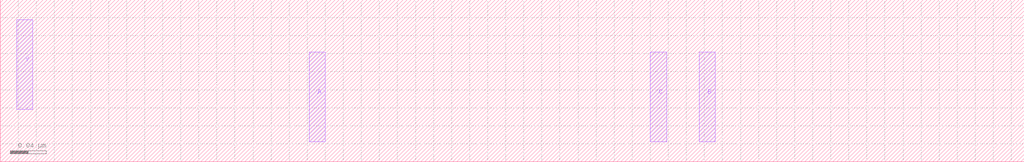
<source format=lef>
VERSION 5.6 ;
BUSBITCHARS "[]" ;
DIVIDERCHAR "/" ;

MACRO AND2x2
  CLASS CORE ;
  ORIGIN 0 0 ;
  FOREIGN AND2x2 0 0 ;
  SIZE 0.324 BY 0.18 ;
  SYMMETRY X Y ;
  SITE coreSite ;
  PIN A
    DIRECTION INPUT ;
    USE SIGNAL ;
    PORT
      LAYER M1 ;
        RECT 0.18 0.058 0.198 0.158 ;
    END
  END A
  PIN B
    DIRECTION INPUT ;
    USE SIGNAL ;
    PORT
      LAYER M1 ;
        RECT 0.234 0.022 0.252 0.122 ;
    END
  END B
  PIN Y
    DIRECTION OUTPUT ;
    USE SIGNAL ;
    PORT
      LAYER M1 ;
        RECT 0.126 0.058 0.144 0.158 ;
    END
  END Y
END AND2x2

MACRO AND3x1
  CLASS CORE ;
  ORIGIN 0 0 ;
  FOREIGN AND3x1 0 0 ;
  SIZE 0.324 BY 0.18 ;
  SYMMETRY X Y ;
  SITE coreSite ;
  PIN A
    DIRECTION INPUT ;
    USE SIGNAL ;
    PORT
      LAYER M1 ;
        RECT 0.234 0.022 0.252 0.122 ;
    END
  END A
  PIN B
    DIRECTION INPUT ;
    USE SIGNAL ;
    PORT
      LAYER M1 ;
        RECT 0.18 0.058 0.198 0.158 ;
    END
  END B
  PIN C
    DIRECTION INPUT ;
    USE SIGNAL ;
    PORT
      LAYER M1 ;
        RECT 0.126 0.058 0.144 0.158 ;
    END
  END C
  PIN Y
    DIRECTION OUTPUT ;
    USE SIGNAL ;
    PORT
      LAYER M1 ;
        RECT 0.072 0.022 0.09 0.122 ;
    END
  END Y
END AND3x1

MACRO AND3x2
  CLASS CORE ;
  ORIGIN 0 0 ;
  FOREIGN AND3x2 0 0 ;
  SIZE 0.378 BY 0.18 ;
  SYMMETRY X Y ;
  SITE coreSite ;
  PIN A
    DIRECTION INPUT ;
    USE SIGNAL ;
    PORT
      LAYER M1 ;
        RECT 0.288 0.058 0.306 0.158 ;
    END
  END A
  PIN B
    DIRECTION INPUT ;
    USE SIGNAL ;
    PORT
      LAYER M1 ;
        RECT 0.234 0.022 0.252 0.122 ;
    END
  END B
  PIN C
    DIRECTION INPUT ;
    USE SIGNAL ;
    PORT
      LAYER M1 ;
        RECT 0.18 0.058 0.198 0.158 ;
    END
  END C
  PIN Y
    DIRECTION OUTPUT ;
    USE SIGNAL ;
    PORT
      LAYER M1 ;
        RECT 0.126 0.022 0.144 0.122 ;
    END
  END Y
END AND3x2

MACRO AOI21x1
  CLASS CORE ;
  ORIGIN 0 0 ;
  FOREIGN AOI21x1 0 0 ;
  SIZE 0.486 BY 0.18 ;
  SYMMETRY X Y ;
  SITE coreSite ;
  PIN A1
    DIRECTION INPUT ;
    USE SIGNAL ;
    PORT
      LAYER M1 ;
        RECT 0.342 0.022 0.36 0.122 ;
    END
  END A1
  PIN A2
    DIRECTION INPUT ;
    USE SIGNAL ;
    PORT
      LAYER M1 ;
        RECT 0.288 0.022 0.306 0.122 ;
    END
  END A2
  PIN B
    DIRECTION INPUT ;
    USE SIGNAL ;
    PORT
      LAYER M1 ;
        RECT 0.126 0.022 0.144 0.122 ;
    END
  END B
  PIN Y
    DIRECTION OUTPUT ;
    USE SIGNAL ;
    PORT
      LAYER M1 ;
        RECT 0.072 0.058 0.09 0.158 ;
    END
  END Y
END AOI21x1

MACRO AOI22x1
  CLASS CORE ;
  ORIGIN 0 0 ;
  FOREIGN AOI22x1 0 0 ;
  SIZE 0.594 BY 0.18 ;
  SYMMETRY X Y ;
  SITE coreSite ;
  PIN A1
    DIRECTION INPUT ;
    USE SIGNAL ;
    PORT
      LAYER M1 ;
        RECT 0.342 0.058 0.36 0.158 ;
    END
  END A1
  PIN A2
    DIRECTION INPUT ;
    USE SIGNAL ;
    PORT
      LAYER M1 ;
        RECT 0.18 0.058 0.198 0.158 ;
    END
  END A2
  PIN B1
    DIRECTION INPUT ;
    USE SIGNAL ;
    PORT
      LAYER M1 ;
        RECT 0.504 0.022 0.522 0.122 ;
    END
  END B1
  PIN B2
    DIRECTION INPUT ;
    USE SIGNAL ;
    PORT
      LAYER M1 ;
        RECT 0.072 0.058 0.09 0.158 ;
    END
  END B2
  PIN Y
    DIRECTION OUTPUT ;
    USE SIGNAL ;
    PORT
      LAYER M1 ;
        RECT 0.018 0.022 0.036 0.122 ;
    END
  END Y
  OBS
    LAYER M1 ;
      RECT 0.45 0.094 0.468 0.158 ;
      RECT 0.126 0.094 0.144 0.158 ;
    LAYER M2 ;
      RECT 0.121 0.135 0.473 0.153 ;
    LAYER V1 ;
      RECT 0.45 0.135 0.468 0.153 ;
      RECT 0.126 0.135 0.144 0.153 ;
  END
END AOI22x1

MACRO BUFx2
  CLASS CORE ;
  ORIGIN 0 0 ;
  FOREIGN BUFx2 0 0 ;
  SIZE 0.27 BY 0.18 ;
  SYMMETRY X Y ;
  SITE coreSite ;
  PIN A
    DIRECTION INPUT ;
    USE SIGNAL ;
    PORT
      LAYER M1 ;
        RECT 0.18 0.058 0.198 0.158 ;
    END
  END A
  PIN Y
    DIRECTION OUTPUT ;
    USE SIGNAL ;
    PORT
      LAYER M1 ;
        RECT 0.126 0.022 0.144 0.122 ;
    END
  END Y
END BUFx2

MACRO BUFx3
  CLASS CORE ;
  ORIGIN 0 0 ;
  FOREIGN BUFx3 0 0 ;
  SIZE 0.324 BY 0.18 ;
  SYMMETRY X Y ;
  SITE coreSite ;
  PIN A
    DIRECTION INPUT ;
    USE SIGNAL ;
    PORT
      LAYER M1 ;
        RECT 0.234 0.058 0.252 0.158 ;
    END
  END A
  PIN Y
    DIRECTION OUTPUT ;
    USE SIGNAL ;
    PORT
      LAYER M1 ;
        RECT 0.126 0.022 0.144 0.122 ;
    END
  END Y
END BUFx3

MACRO BUFx4
  CLASS CORE ;
  ORIGIN 0 0 ;
  FOREIGN BUFx4 0 0 ;
  SIZE 0.378 BY 0.18 ;
  SYMMETRY X Y ;
  SITE coreSite ;
  PIN A
    DIRECTION INPUT ;
    USE SIGNAL ;
    PORT
      LAYER M1 ;
        RECT 0.288 0.022 0.306 0.122 ;
    END
  END A
  PIN Y
    DIRECTION OUTPUT ;
    USE SIGNAL ;
    PORT
      LAYER M1 ;
        RECT 0.126 0.058 0.144 0.158 ;
    END
  END Y
END BUFx4

MACRO BUFx8
  CLASS CORE ;
  ORIGIN 0 0 ;
  FOREIGN BUFx8 0 0 ;
  SIZE 0.648 BY 0.18 ;
  SYMMETRY X Y ;
  SITE coreSite ;
  PIN A
    DIRECTION INPUT ;
    USE SIGNAL ;
    PORT
      LAYER M1 ;
        RECT 0.072 0.022 0.09 0.122 ;
    END
  END A
  PIN Y
    DIRECTION OUTPUT ;
    USE SIGNAL ;
    PORT
      LAYER M1 ;
        RECT 0.45 0.058 0.468 0.158 ;
    END
  END Y
END BUFx8

MACRO DFFHQNx1
  CLASS CORE ;
  ORIGIN 0 0 ;
  FOREIGN DFFHQNx1 0 0 ;
  SIZE 0.81 BY 0.18 ;
  SYMMETRY X Y ;
  SITE coreSite ;
  PIN CLK
    DIRECTION OUTPUT ;
    USE CLOCK ;
    PORT
      LAYER M1 ;
        RECT 0.072 0.058 0.09 0.158 ;
    END
  END CLK
  PIN D
    DIRECTION INPUT ;
    USE SIGNAL ;
    PORT
      LAYER M1 ;
        RECT 0.288 0.022 0.306 0.122 ;
    END
  END D
  PIN QN
    DIRECTION OUTPUT ;
    USE SIGNAL ;
    PORT
      LAYER M1 ;
        RECT 0.126 0.022 0.144 0.122 ;
    END
  END QN
  OBS
    LAYER M1 ;
      RECT 0.558 0.058 0.576 0.122 ;
      RECT 0.396 0.058 0.414 0.122 ;
    LAYER M2 ;
      RECT 0.391 0.063 0.581 0.081 ;
    LAYER V1 ;
      RECT 0.558 0.063 0.576 0.081 ;
      RECT 0.396 0.063 0.414 0.081 ;
  END
END DFFHQNx1

MACRO DFFHQNx2
  CLASS CORE ;
  ORIGIN 0 0 ;
  FOREIGN DFFHQNx2 0 0 ;
  SIZE 0.864 BY 0.18 ;
  SYMMETRY X Y ;
  SITE coreSite ;
  PIN CLK
    DIRECTION OUTPUT ;
    USE CLOCK ;
    PORT
      LAYER M1 ;
        RECT 0.774 0.058 0.792 0.158 ;
    END
  END CLK
  PIN D
    DIRECTION INPUT ;
    USE SIGNAL ;
    PORT
      LAYER M1 ;
        RECT 0.072 0.022 0.09 0.122 ;
    END
  END D
  PIN QN
    DIRECTION OUTPUT ;
    USE SIGNAL ;
    PORT
      LAYER M1 ;
        RECT 0.558 0.058 0.576 0.158 ;
    END
  END QN
  OBS
    LAYER M1 ;
      RECT 0.612 0.094 0.63 0.158 ;
      RECT 0.45 0.094 0.468 0.158 ;
    LAYER M2 ;
      RECT 0.445 0.099 0.635 0.117 ;
    LAYER V1 ;
      RECT 0.612 0.099 0.63 0.117 ;
      RECT 0.45 0.099 0.468 0.117 ;
  END
END DFFHQNx2

MACRO DFFHQNx3
  CLASS CORE ;
  ORIGIN 0 0 ;
  FOREIGN DFFHQNx3 0 0 ;
  SIZE 0.918 BY 0.18 ;
  SYMMETRY X Y ;
  SITE coreSite ;
  PIN CLK
    DIRECTION OUTPUT ;
    USE CLOCK ;
    PORT
      LAYER M1 ;
        RECT 0.072 0.058 0.09 0.158 ;
    END
  END CLK
  PIN D
    DIRECTION INPUT ;
    USE SIGNAL ;
    PORT
      LAYER M1 ;
        RECT 0.396 0.022 0.414 0.122 ;
    END
  END D
  PIN QN
    DIRECTION OUTPUT ;
    USE SIGNAL ;
    PORT
      LAYER M1 ;
        RECT 0.126 0.022 0.144 0.122 ;
    END
  END QN
  OBS
    LAYER M1 ;
      RECT 0.666 0.058 0.684 0.122 ;
      RECT 0.504 0.022 0.522 0.086 ;
    LAYER M2 ;
      RECT 0.499 0.063 0.689 0.081 ;
    LAYER V1 ;
      RECT 0.666 0.063 0.684 0.081 ;
      RECT 0.504 0.063 0.522 0.081 ;
  END
END DFFHQNx3

MACRO DHLx1
  CLASS CORE ;
  ORIGIN 0 0 ;
  FOREIGN DHLx1 0 0 ;
  SIZE 0.594 BY 0.18 ;
  SYMMETRY X Y ;
  SITE coreSite ;
  PIN CLK
    DIRECTION OUTPUT ;
    USE CLOCK ;
    PORT
      LAYER M1 ;
        RECT 0.072 0.058 0.09 0.158 ;
    END
  END CLK
  PIN D
    DIRECTION INPUT ;
    USE SIGNAL ;
    PORT
      LAYER M1 ;
        RECT 0.45 0.022 0.468 0.122 ;
    END
  END D
  PIN Q
    DIRECTION OUTPUT ;
    USE SIGNAL ;
    PORT
      LAYER M1 ;
        RECT 0.504 0.058 0.522 0.158 ;
    END
  END Q
END DHLx1

MACRO DHLx2
  CLASS CORE ;
  ORIGIN 0 0 ;
  FOREIGN DHLx2 0 0 ;
  SIZE 0.648 BY 0.18 ;
  SYMMETRY X Y ;
  SITE coreSite ;
  PIN CLK
    DIRECTION OUTPUT ;
    USE CLOCK ;
    PORT
      LAYER M1 ;
        RECT 0.072 0.022 0.09 0.122 ;
    END
  END CLK
  PIN D
    DIRECTION INPUT ;
    USE SIGNAL ;
    PORT
      LAYER M1 ;
        RECT 0.234 0.058 0.252 0.158 ;
    END
  END D
  PIN Q
    DIRECTION OUTPUT ;
    USE SIGNAL ;
    PORT
      LAYER M1 ;
        RECT 0.45 0.058 0.468 0.158 ;
    END
  END Q
END DHLx2

MACRO DHLx3
  CLASS CORE ;
  ORIGIN 0 0 ;
  FOREIGN DHLx3 0 0 ;
  SIZE 0.702 BY 0.18 ;
  SYMMETRY X Y ;
  SITE coreSite ;
  PIN CLK
    DIRECTION OUTPUT ;
    USE CLOCK ;
    PORT
      LAYER M1 ;
        RECT 0.342 0.058 0.36 0.158 ;
    END
  END CLK
  PIN D
    DIRECTION INPUT ;
    USE SIGNAL ;
    PORT
      LAYER M1 ;
        RECT 0.558 0.022 0.576 0.122 ;
    END
  END D
  PIN Q
    DIRECTION OUTPUT ;
    USE SIGNAL ;
    PORT
      LAYER M1 ;
        RECT 0.18 0.058 0.198 0.158 ;
    END
  END Q
END DHLx3

MACRO INVx1
  CLASS CORE ;
  ORIGIN 0 0 ;
  FOREIGN INVx1 0 0 ;
  SIZE 0.162 BY 0.18 ;
  SYMMETRY X Y ;
  SITE coreSite ;
  PIN A
    DIRECTION INPUT ;
    USE SIGNAL ;
    PORT
      LAYER M1 ;
        RECT 0.072 0.022 0.09 0.122 ;
    END
  END A
  PIN Y
    DIRECTION OUTPUT ;
    USE SIGNAL ;
    PORT
      LAYER M1 ;
        RECT 0.018 0.058 0.036 0.158 ;
    END
  END Y
END INVx1

MACRO INVx2
  CLASS CORE ;
  ORIGIN 0 0 ;
  FOREIGN INVx2 0 0 ;
  SIZE 0.216 BY 0.18 ;
  SYMMETRY X Y ;
  SITE coreSite ;
  PIN A
    DIRECTION INPUT ;
    USE SIGNAL ;
    PORT
      LAYER M1 ;
        RECT 0.126 0.058 0.144 0.158 ;
    END
  END A
  PIN Y
    DIRECTION OUTPUT ;
    USE SIGNAL ;
    PORT
      LAYER M1 ;
        RECT 0.072 0.022 0.09 0.122 ;
    END
  END Y
END INVx2

MACRO INVx4
  CLASS CORE ;
  ORIGIN 0 0 ;
  FOREIGN INVx4 0 0 ;
  SIZE 0.324 BY 0.18 ;
  SYMMETRY X Y ;
  SITE coreSite ;
  PIN A
    DIRECTION INPUT ;
    USE SIGNAL ;
    PORT
      LAYER M1 ;
        RECT 0.234 0.022 0.252 0.122 ;
    END
  END A
  PIN Y
    DIRECTION OUTPUT ;
    USE SIGNAL ;
    PORT
      LAYER M1 ;
        RECT 0.072 0.058 0.09 0.158 ;
    END
  END Y
END INVx4

MACRO INVx8
  CLASS CORE ;
  ORIGIN 0 0 ;
  FOREIGN INVx8 0 0 ;
  SIZE 0.54 BY 0.18 ;
  SYMMETRY X Y ;
  SITE coreSite ;
  PIN A
    DIRECTION INPUT ;
    USE SIGNAL ;
    PORT
      LAYER M1 ;
        RECT 0.072 0.022 0.09 0.122 ;
    END
  END A
  PIN Y
    DIRECTION OUTPUT ;
    USE SIGNAL ;
    PORT
      LAYER M1 ;
        RECT 0.018 0.058 0.036 0.158 ;
    END
  END Y
END INVx8

MACRO NAND2x1
  CLASS CORE ;
  ORIGIN 0 0 ;
  FOREIGN NAND2x1 0 0 ;
  SIZE 0.324 BY 0.18 ;
  SYMMETRY X Y ;
  SITE coreSite ;
  PIN A
    DIRECTION INPUT ;
    USE SIGNAL ;
    PORT
      LAYER M1 ;
        RECT 0.18 0.022 0.198 0.122 ;
    END
  END A
  PIN B
    DIRECTION INPUT ;
    USE SIGNAL ;
    PORT
      LAYER M1 ;
        RECT 0.126 0.058 0.144 0.158 ;
    END
  END B
  PIN Y
    DIRECTION OUTPUT ;
    USE SIGNAL ;
    PORT
      LAYER M1 ;
        RECT 0.072 0.058 0.09 0.158 ;
    END
  END Y
END NAND2x1

MACRO NAND2x2
  CLASS CORE ;
  ORIGIN 0 0 ;
  FOREIGN NAND2x2 0 0 ;
  SIZE 0.54 BY 0.18 ;
  SYMMETRY X Y ;
  SITE coreSite ;
  PIN A
    DIRECTION INPUT ;
    USE SIGNAL ;
    PORT
      LAYER M1 ;
        RECT 0.45 0.058 0.468 0.158 ;
    END
  END A
  PIN B
    DIRECTION INPUT ;
    USE SIGNAL ;
    PORT
      LAYER M1 ;
        RECT 0.234 0.058 0.252 0.158 ;
    END
  END B
  PIN Y
    DIRECTION OUTPUT ;
    USE SIGNAL ;
    PORT
      LAYER M1 ;
        RECT 0.072 0.022 0.09 0.122 ;
    END
  END Y
END NAND2x2

MACRO NAND3x1
  CLASS CORE ;
  ORIGIN 0 0 ;
  FOREIGN NAND3x1 0 0 ;
  SIZE 0.594 BY 0.18 ;
  SYMMETRY X Y ;
  SITE coreSite ;
  PIN A
    DIRECTION INPUT ;
    USE SIGNAL ;
    PORT
      LAYER M1 ;
        RECT 0.18 0.058 0.198 0.158 ;
    END
  END A
  PIN B
    DIRECTION INPUT ;
    USE SIGNAL ;
    PORT
      LAYER M1 ;
        RECT 0.342 0.058 0.36 0.158 ;
    END
  END B
  PIN C
    DIRECTION INPUT ;
    USE SIGNAL ;
    PORT
      LAYER M1 ;
        RECT 0.396 0.058 0.414 0.158 ;
    END
  END C
  PIN Y
    DIRECTION OUTPUT ;
    USE SIGNAL ;
    PORT
      LAYER M1 ;
        RECT 0.504 0.022 0.522 0.122 ;
    END
  END Y
END NAND3x1

MACRO NAND3x2
  CLASS CORE ;
  ORIGIN 0 0 ;
  FOREIGN NAND3x2 0 0 ;
  SIZE 1.134 BY 0.18 ;
  SYMMETRY X Y ;
  SITE coreSite ;
  PIN A
    DIRECTION INPUT ;
    USE SIGNAL ;
    PORT
      LAYER M1 ;
        RECT 0.342 0.022 0.36 0.122 ;
    END
  END A
  PIN B
    DIRECTION INPUT ;
    USE SIGNAL ;
    PORT
      LAYER M1 ;
        RECT 0.774 0.022 0.792 0.122 ;
    END
  END B
  PIN C
    DIRECTION INPUT ;
    USE SIGNAL ;
    PORT
      LAYER M1 ;
        RECT 0.72 0.022 0.738 0.122 ;
    END
  END C
  PIN Y
    DIRECTION OUTPUT ;
    USE SIGNAL ;
    PORT
      LAYER M1 ;
        RECT 0.018 0.058 0.036 0.158 ;
    END
  END Y
END NAND3x2

MACRO NOR2x1
  CLASS CORE ;
  ORIGIN 0 0 ;
  FOREIGN NOR2x1 0 0 ;
  SIZE 0.324 BY 0.18 ;
  SYMMETRY X Y ;
  SITE coreSite ;
  PIN A
    DIRECTION INPUT ;
    USE SIGNAL ;
    PORT
      LAYER M1 ;
        RECT 0.072 0.058 0.09 0.158 ;
    END
  END A
  PIN B
    DIRECTION INPUT ;
    USE SIGNAL ;
    PORT
      LAYER M1 ;
        RECT 0.18 0.022 0.198 0.122 ;
    END
  END B
  PIN Y
    DIRECTION OUTPUT ;
    USE SIGNAL ;
    PORT
      LAYER M1 ;
        RECT 0.234 0.022 0.252 0.122 ;
    END
  END Y
END NOR2x1

MACRO NOR2x2
  CLASS CORE ;
  ORIGIN 0 0 ;
  FOREIGN NOR2x2 0 0 ;
  SIZE 0.54 BY 0.18 ;
  SYMMETRY X Y ;
  SITE coreSite ;
  PIN A
    DIRECTION INPUT ;
    USE SIGNAL ;
    PORT
      LAYER M1 ;
        RECT 0.072 0.022 0.09 0.122 ;
    END
  END A
  PIN B
    DIRECTION INPUT ;
    USE SIGNAL ;
    PORT
      LAYER M1 ;
        RECT 0.288 0.022 0.306 0.122 ;
    END
  END B
  PIN Y
    DIRECTION OUTPUT ;
    USE SIGNAL ;
    PORT
      LAYER M1 ;
        RECT 0.45 0.058 0.468 0.158 ;
    END
  END Y
END NOR2x2

MACRO NOR3x1
  CLASS CORE ;
  ORIGIN 0 0 ;
  FOREIGN NOR3x1 0 0 ;
  SIZE 0.594 BY 0.18 ;
  SYMMETRY X Y ;
  SITE coreSite ;
  PIN A
    DIRECTION INPUT ;
    USE SIGNAL ;
    PORT
      LAYER M1 ;
        RECT 0.504 0.058 0.522 0.158 ;
    END
  END A
  PIN B
    DIRECTION INPUT ;
    USE SIGNAL ;
    PORT
      LAYER M1 ;
        RECT 0.234 0.058 0.252 0.158 ;
    END
  END B
  PIN C
    DIRECTION INPUT ;
    USE SIGNAL ;
    PORT
      LAYER M1 ;
        RECT 0.072 0.058 0.09 0.158 ;
    END
  END C
  PIN Y
    DIRECTION OUTPUT ;
    USE SIGNAL ;
    PORT
      LAYER M1 ;
        RECT 0.126 0.022 0.144 0.122 ;
    END
  END Y
  OBS
    LAYER M1 ;
      RECT 0.45 0.022 0.468 0.158 ;
  END
END NOR3x1

MACRO NOR3x2
  CLASS CORE ;
  ORIGIN 0 0 ;
  FOREIGN NOR3x2 0 0 ;
  SIZE 1.134 BY 0.18 ;
  SYMMETRY X Y ;
  SITE coreSite ;
  PIN A
    DIRECTION INPUT ;
    USE SIGNAL ;
    PORT
      LAYER M1 ;
        RECT 0.45 0.058 0.468 0.158 ;
    END
  END A
  PIN B
    DIRECTION INPUT ;
    USE SIGNAL ;
    PORT
      LAYER M1 ;
        RECT 1.044 0.058 1.062 0.158 ;
    END
  END B
  PIN C
    DIRECTION INPUT ;
    USE SIGNAL ;
    PORT
      LAYER M1 ;
        RECT 0.342 0.058 0.36 0.158 ;
    END
  END C
  PIN Y
    DIRECTION OUTPUT ;
    USE SIGNAL ;
    PORT
      LAYER M1 ;
        RECT 0.18 0.022 0.198 0.122 ;
    END
  END Y
  OBS
    LAYER M1 ;
      RECT 0.72 0.058 0.738 0.158 ;
      RECT 0.666 0.022 0.684 0.158 ;
      RECT 0.612 0.022 0.63 0.086 ;
    LAYER M2 ;
      RECT 0.607 0.063 0.743 0.081 ;
    LAYER V1 ;
      RECT 0.72 0.063 0.738 0.081 ;
      RECT 0.612 0.063 0.63 0.081 ;
  END
END NOR3x2

MACRO OAI21x1
  CLASS CORE ;
  ORIGIN 0 0 ;
  FOREIGN OAI21x1 0 0 ;
  SIZE 0.486 BY 0.18 ;
  SYMMETRY X Y ;
  SITE coreSite ;
  PIN A1
    DIRECTION INPUT ;
    USE SIGNAL ;
    PORT
      LAYER M1 ;
        RECT 0.126 0.022 0.144 0.122 ;
    END
  END A1
  PIN A2
    DIRECTION INPUT ;
    USE SIGNAL ;
    PORT
      LAYER M1 ;
        RECT 0.18 0.022 0.198 0.122 ;
    END
  END A2
  PIN B
    DIRECTION INPUT ;
    USE SIGNAL ;
    PORT
      LAYER M1 ;
        RECT 0.342 0.022 0.36 0.122 ;
    END
  END B
  PIN Y
    DIRECTION OUTPUT ;
    USE SIGNAL ;
    PORT
      LAYER M1 ;
        RECT 0.396 0.058 0.414 0.158 ;
    END
  END Y
END OAI21x1

MACRO OAI22x1
  CLASS CORE ;
  ORIGIN 0 0 ;
  FOREIGN OAI22x1 0 0 ;
  SIZE 0.594 BY 0.18 ;
  SYMMETRY X Y ;
  SITE coreSite ;
  PIN A1
    DIRECTION INPUT ;
    USE SIGNAL ;
    PORT
      LAYER M1 ;
        RECT 0.126 0.058 0.144 0.158 ;
    END
  END A1
  PIN A2
    DIRECTION INPUT ;
    USE SIGNAL ;
    PORT
      LAYER M1 ;
        RECT 0.18 0.058 0.198 0.158 ;
    END
  END A2
  PIN B1
    DIRECTION INPUT ;
    USE SIGNAL ;
    PORT
      LAYER M1 ;
        RECT 0.45 0.022 0.468 0.122 ;
    END
  END B1
  PIN B2
    DIRECTION INPUT ;
    USE SIGNAL ;
    PORT
      LAYER M1 ;
        RECT 0.342 0.058 0.36 0.158 ;
    END
  END B2
  PIN Y
    DIRECTION OUTPUT ;
    USE SIGNAL ;
    PORT
      LAYER M1 ;
        RECT 0.396 0.022 0.414 0.122 ;
    END
  END Y
END OAI22x1

MACRO OR2x2
  CLASS CORE ;
  ORIGIN 0 0 ;
  FOREIGN OR2x2 0 0 ;
  SIZE 0.324 BY 0.18 ;
  SYMMETRY X Y ;
  SITE coreSite ;
  PIN A
    DIRECTION INPUT ;
    USE SIGNAL ;
    PORT
      LAYER M1 ;
        RECT 0.18 0.058 0.198 0.158 ;
    END
  END A
  PIN B
    DIRECTION INPUT ;
    USE SIGNAL ;
    PORT
      LAYER M1 ;
        RECT 0.234 0.022 0.252 0.122 ;
    END
  END B
  PIN Y
    DIRECTION OUTPUT ;
    USE SIGNAL ;
    PORT
      LAYER M1 ;
        RECT 0.072 0.058 0.09 0.158 ;
    END
  END Y
END OR2x2

MACRO OR3x1
  CLASS CORE ;
  ORIGIN 0 0 ;
  FOREIGN OR3x1 0 0 ;
  SIZE 0.324 BY 0.18 ;
  SYMMETRY X Y ;
  SITE coreSite ;
  PIN A
    DIRECTION INPUT ;
    USE SIGNAL ;
    PORT
      LAYER M1 ;
        RECT 0.234 0.058 0.252 0.158 ;
    END
  END A
  PIN B
    DIRECTION INPUT ;
    USE SIGNAL ;
    PORT
      LAYER M1 ;
        RECT 0.18 0.022 0.198 0.122 ;
    END
  END B
  PIN C
    DIRECTION INPUT ;
    USE SIGNAL ;
    PORT
      LAYER M1 ;
        RECT 0.126 0.022 0.144 0.122 ;
    END
  END C
  PIN Y
    DIRECTION OUTPUT ;
    USE SIGNAL ;
    PORT
      LAYER M1 ;
        RECT 0.018 0.022 0.036 0.122 ;
    END
  END Y
END OR3x1

MACRO OR3x2
  CLASS CORE ;
  ORIGIN 0 0 ;
  FOREIGN OR3x2 0 0 ;
  SIZE 0.378 BY 0.18 ;
  SYMMETRY X Y ;
  SITE coreSite ;
  PIN A
    DIRECTION INPUT ;
    USE SIGNAL ;
    PORT
      LAYER M1 ;
        RECT 0.288 0.058 0.306 0.158 ;
    END
  END A
  PIN B
    DIRECTION INPUT ;
    USE SIGNAL ;
    PORT
      LAYER M1 ;
        RECT 0.234 0.058 0.252 0.158 ;
    END
  END B
  PIN C
    DIRECTION INPUT ;
    USE SIGNAL ;
    PORT
      LAYER M1 ;
        RECT 0.18 0.022 0.198 0.122 ;
    END
  END C
  PIN Y
    DIRECTION OUTPUT ;
    USE SIGNAL ;
    PORT
      LAYER M1 ;
        RECT 0.072 0.058 0.09 0.158 ;
    END
  END Y
END OR3x2

MACRO XNOR2x1
  CLASS CORE ;
  ORIGIN 0 0 ;
  FOREIGN XNOR2x1 0 0 ;
  SIZE 0.594 BY 0.18 ;
  SYMMETRY X Y ;
  SITE coreSite ;
  PIN A
    DIRECTION INPUT ;
    USE SIGNAL ;
    PORT
      LAYER M1 ;
        RECT 0.396 0.058 0.414 0.158 ;
    END
  END A
  PIN B
    DIRECTION INPUT ;
    USE SIGNAL ;
    PORT
      LAYER M1 ;
        RECT 0.072 0.058 0.09 0.158 ;
    END
  END B
  PIN Y
    DIRECTION OUTPUT ;
    USE SIGNAL ;
    PORT
      LAYER M1 ;
        RECT 0.018 0.022 0.036 0.122 ;
    END
  END Y
  OBS
    LAYER M1 ;
      RECT 0.342 0.022 0.36 0.122 ;
      RECT 0.126 0.094 0.144 0.158 ;
    LAYER M2 ;
      RECT 0.121 0.099 0.365 0.117 ;
    LAYER V1 ;
      RECT 0.342 0.099 0.36 0.117 ;
      RECT 0.126 0.099 0.144 0.117 ;
  END
END XNOR2x1

MACRO XOR2x1
  CLASS CORE ;
  ORIGIN 0 0 ;
  FOREIGN XOR2x1 0 0 ;
  SIZE 0.594 BY 0.18 ;
  SYMMETRY X Y ;
  SITE coreSite ;
  PIN A
    DIRECTION INPUT ;
    USE SIGNAL ;
    PORT
      LAYER M1 ;
        RECT 0.396 0.058 0.414 0.158 ;
    END
  END A
  PIN B
    DIRECTION INPUT ;
    USE SIGNAL ;
    PORT
      LAYER M1 ;
        RECT 0.18 0.058 0.198 0.158 ;
    END
  END B
  PIN Y
    DIRECTION OUTPUT ;
    USE SIGNAL ;
    PORT
      LAYER M1 ;
        RECT 0.018 0.058 0.036 0.158 ;
    END
  END Y
  OBS
    LAYER M1 ;
      RECT 0.342 0.094 0.36 0.158 ;
      RECT 0.126 0.058 0.144 0.122 ;
    LAYER M2 ;
      RECT 0.121 0.099 0.365 0.117 ;
    LAYER V1 ;
      RECT 0.342 0.099 0.36 0.117 ;
      RECT 0.126 0.099 0.144 0.117 ;
  END
END XOR2x1

END LIBRARY

</source>
